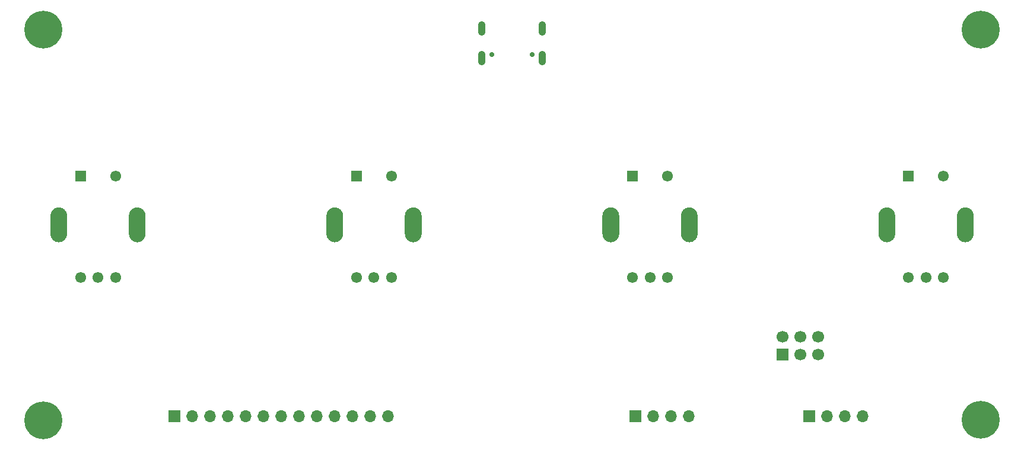
<source format=gbr>
%TF.GenerationSoftware,KiCad,Pcbnew,(5.1.10)-1*%
%TF.CreationDate,2021-08-23T16:24:53+02:00*%
%TF.ProjectId,Console,436f6e73-6f6c-4652-9e6b-696361645f70,v01*%
%TF.SameCoordinates,Original*%
%TF.FileFunction,Soldermask,Bot*%
%TF.FilePolarity,Negative*%
%FSLAX46Y46*%
G04 Gerber Fmt 4.6, Leading zero omitted, Abs format (unit mm)*
G04 Created by KiCad (PCBNEW (5.1.10)-1) date 2021-08-23 16:24:53*
%MOMM*%
%LPD*%
G01*
G04 APERTURE LIST*
%ADD10C,5.400000*%
%ADD11C,1.700000*%
%ADD12R,1.700000X1.700000*%
%ADD13O,1.700000X1.700000*%
%ADD14R,1.550000X1.550000*%
%ADD15C,1.550000*%
%ADD16O,1.050000X2.100000*%
%ADD17C,0.700000*%
G04 APERTURE END LIST*
D10*
%TO.C,PAD4*%
X213131000Y-123634000D03*
%TD*%
%TO.C,PAD3*%
X79350000Y-123698000D03*
%TD*%
%TO.C,PAD2*%
X213131000Y-67881500D03*
%TD*%
%TO.C,PAD1*%
X79350000Y-67881500D03*
%TD*%
D11*
%TO.C,J1*%
X189896000Y-111760000D03*
X189896000Y-114300000D03*
D12*
X184816000Y-114300000D03*
D11*
X184816000Y-111760000D03*
X187356000Y-114300000D03*
X187356000Y-111760000D03*
%TD*%
D13*
%TO.C,J4*%
X171450000Y-123126000D03*
X168910000Y-123126000D03*
X166370000Y-123126000D03*
D12*
X163830000Y-123126000D03*
%TD*%
D13*
%TO.C,J3*%
X128557000Y-123126000D03*
X126017000Y-123126000D03*
X123477000Y-123126000D03*
X120937000Y-123126000D03*
X118397000Y-123126000D03*
X115857000Y-123126000D03*
X113317000Y-123126000D03*
X110777000Y-123126000D03*
X108237000Y-123126000D03*
X105697000Y-123126000D03*
X103157000Y-123126000D03*
X100617000Y-123126000D03*
D12*
X98077000Y-123126000D03*
%TD*%
D13*
%TO.C,J5*%
X196309000Y-123126000D03*
X193769000Y-123126000D03*
X191229000Y-123126000D03*
D12*
X188689000Y-123126000D03*
%TD*%
D14*
%TO.C,SW1*%
X84655000Y-88773800D03*
D15*
X89655000Y-88773800D03*
X84655000Y-103273800D03*
X87155000Y-103273800D03*
X89655000Y-103273800D03*
G36*
G01*
X80355000Y-97073800D02*
X80355000Y-94473800D01*
G75*
G02*
X81555000Y-93273800I1200000J0D01*
G01*
X81555000Y-93273800D01*
G75*
G02*
X82755000Y-94473800I0J-1200000D01*
G01*
X82755000Y-97073800D01*
G75*
G02*
X81555000Y-98273800I-1200000J0D01*
G01*
X81555000Y-98273800D01*
G75*
G02*
X80355000Y-97073800I0J1200000D01*
G01*
G37*
G36*
G01*
X91555000Y-97073800D02*
X91555000Y-94473800D01*
G75*
G02*
X92755000Y-93273800I1200000J0D01*
G01*
X92755000Y-93273800D01*
G75*
G02*
X93955000Y-94473800I0J-1200000D01*
G01*
X93955000Y-97073800D01*
G75*
G02*
X92755000Y-98273800I-1200000J0D01*
G01*
X92755000Y-98273800D01*
G75*
G02*
X91555000Y-97073800I0J1200000D01*
G01*
G37*
%TD*%
D16*
%TO.C,J2*%
X150573000Y-71947200D03*
X141933000Y-71947200D03*
X150573000Y-67767200D03*
X141933000Y-67767200D03*
D17*
X149143000Y-71417200D03*
X143363000Y-71417200D03*
%TD*%
%TO.C,SW2*%
G36*
G01*
X130945000Y-97073800D02*
X130945000Y-94473800D01*
G75*
G02*
X132145000Y-93273800I1200000J0D01*
G01*
X132145000Y-93273800D01*
G75*
G02*
X133345000Y-94473800I0J-1200000D01*
G01*
X133345000Y-97073800D01*
G75*
G02*
X132145000Y-98273800I-1200000J0D01*
G01*
X132145000Y-98273800D01*
G75*
G02*
X130945000Y-97073800I0J1200000D01*
G01*
G37*
G36*
G01*
X119745000Y-97073800D02*
X119745000Y-94473800D01*
G75*
G02*
X120945000Y-93273800I1200000J0D01*
G01*
X120945000Y-93273800D01*
G75*
G02*
X122145000Y-94473800I0J-1200000D01*
G01*
X122145000Y-97073800D01*
G75*
G02*
X120945000Y-98273800I-1200000J0D01*
G01*
X120945000Y-98273800D01*
G75*
G02*
X119745000Y-97073800I0J1200000D01*
G01*
G37*
D15*
X129045000Y-103273800D03*
X126545000Y-103273800D03*
X124045000Y-103273800D03*
X129045000Y-88773800D03*
D14*
X124045000Y-88773800D03*
%TD*%
%TO.C,SW3*%
X163436000Y-88773800D03*
D15*
X168436000Y-88773800D03*
X163436000Y-103273800D03*
X165936000Y-103273800D03*
X168436000Y-103273800D03*
G36*
G01*
X159136000Y-97073800D02*
X159136000Y-94473800D01*
G75*
G02*
X160336000Y-93273800I1200000J0D01*
G01*
X160336000Y-93273800D01*
G75*
G02*
X161536000Y-94473800I0J-1200000D01*
G01*
X161536000Y-97073800D01*
G75*
G02*
X160336000Y-98273800I-1200000J0D01*
G01*
X160336000Y-98273800D01*
G75*
G02*
X159136000Y-97073800I0J1200000D01*
G01*
G37*
G36*
G01*
X170336000Y-97073800D02*
X170336000Y-94473800D01*
G75*
G02*
X171536000Y-93273800I1200000J0D01*
G01*
X171536000Y-93273800D01*
G75*
G02*
X172736000Y-94473800I0J-1200000D01*
G01*
X172736000Y-97073800D01*
G75*
G02*
X171536000Y-98273800I-1200000J0D01*
G01*
X171536000Y-98273800D01*
G75*
G02*
X170336000Y-97073800I0J1200000D01*
G01*
G37*
%TD*%
%TO.C,SW4*%
G36*
G01*
X209726000Y-97073800D02*
X209726000Y-94473800D01*
G75*
G02*
X210926000Y-93273800I1200000J0D01*
G01*
X210926000Y-93273800D01*
G75*
G02*
X212126000Y-94473800I0J-1200000D01*
G01*
X212126000Y-97073800D01*
G75*
G02*
X210926000Y-98273800I-1200000J0D01*
G01*
X210926000Y-98273800D01*
G75*
G02*
X209726000Y-97073800I0J1200000D01*
G01*
G37*
G36*
G01*
X198526000Y-97073800D02*
X198526000Y-94473800D01*
G75*
G02*
X199726000Y-93273800I1200000J0D01*
G01*
X199726000Y-93273800D01*
G75*
G02*
X200926000Y-94473800I0J-1200000D01*
G01*
X200926000Y-97073800D01*
G75*
G02*
X199726000Y-98273800I-1200000J0D01*
G01*
X199726000Y-98273800D01*
G75*
G02*
X198526000Y-97073800I0J1200000D01*
G01*
G37*
X207826000Y-103273800D03*
X205326000Y-103273800D03*
X202826000Y-103273800D03*
X207826000Y-88773800D03*
D14*
X202826000Y-88773800D03*
%TD*%
M02*

</source>
